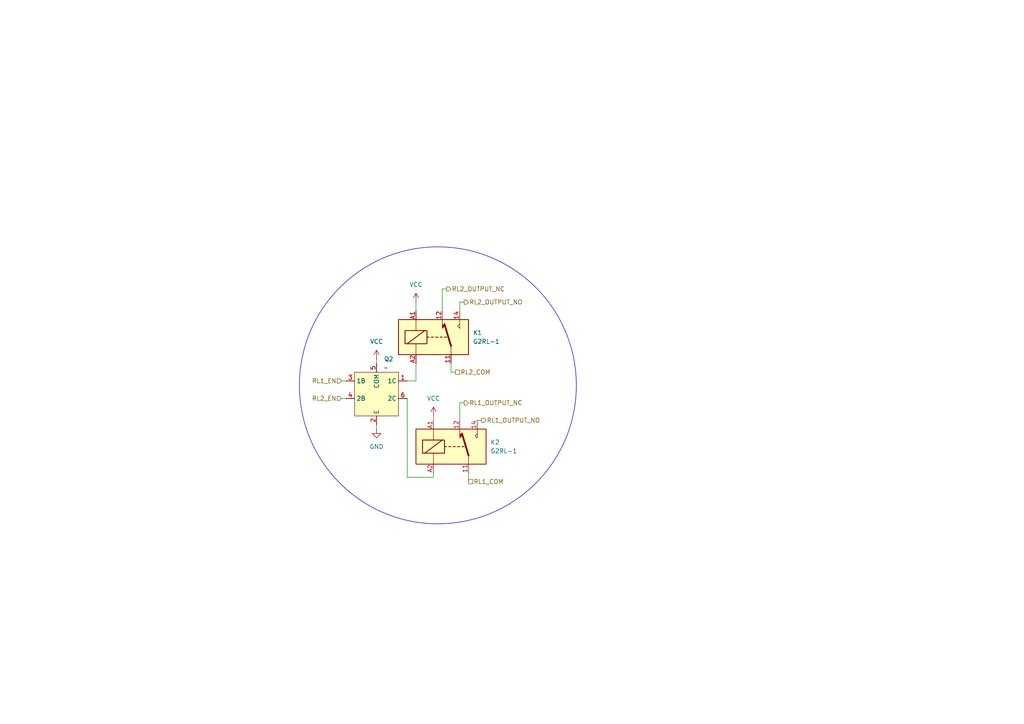
<source format=kicad_sch>
(kicad_sch (version 20250114) (generator "eeschema") (generator_version "9.0")
  (paper "A4")
  (lib_symbols
    (symbol "Relay:G2RL-1"
      (property "Reference" "K" (at 11.43 3.81 0))
      (property "Value" "G2RL-1" (at 11.43 1.27 0))
      (symbol "G2RL-1_0_0"
        (polyline (pts (xy 7.62 5.08) (xy 7.62 2.54) (xy 6.985 3.175) (xy 7.62 3.81)))
      )
      (symbol "G2RL-1_0_1"
        (rectangle (start -10.16 5.08) (end 10.16 -5.08) (stroke (width 0.254)) (fill (type background)))
        (rectangle (start -8.255 1.905) (end -1.905 -1.905) (stroke (width 0.254)))
        (polyline (pts (xy -7.62 -1.905) (xy -2.54 1.905)) (stroke (width 0.254)))
        (polyline (pts (xy -5.08 5.08) (xy -5.08 1.905)))
        (polyline (pts (xy -5.08 -5.08) (xy -5.08 -1.905)))
        (polyline (pts (xy -1.905 0) (xy -1.27 0)) (stroke (width 0.254)))
        (polyline (pts (xy -0.635 0) (xy 0 0)) (stroke (width 0.254)))
        (polyline (pts (xy 0.635 0) (xy 1.27 0)) (stroke (width 0.254)))
        (polyline (pts (xy 1.905 0) (xy 2.54 0)) (stroke (width 0.254)))
        (polyline (pts (xy 2.54 5.08) (xy 2.54 2.54) (xy 3.175 3.175) (xy 2.54 3.81)) (fill (type outline)))
        (polyline (pts (xy 3.175 0) (xy 3.81 0)) (stroke (width 0.254)))
        (polyline (pts (xy 5.08 -2.54) (xy 3.175 3.81)) (stroke (width 0.508)))
        (polyline (pts (xy 5.08 -2.54) (xy 5.08 -5.08)))
      )
      (symbol "G2RL-1_1_1"
        (pin passive line (at -5.08 7.62 270) (length 2.54) (name "~") (number "A1"))
        (pin passive line (at -5.08 -7.62 90) (length 2.54) (name "~") (number "A2"))
        (pin passive line (at 2.54 7.62 270) (length 2.54) (name "~") (number "12"))
        (pin passive line (at 5.08 -7.62 90) (length 2.54) (name "~") (number "11"))
        (pin passive line (at 7.62 7.62 270) (length 2.54) (name "~") (number "14"))
      )
    )
    (symbol "Riqi_Parts:LANKE LK1802"
      (property "Reference" "Q" (at -2.286 -16.764 0))
      (symbol "LANKE LK1802_1_1"
        (rectangle (start -2.54 -2.54) (end 10.16 -15.24) (fill (type background)))
        (pin input line (at -5.08 -5.08 0) (length 2.54) (name "1B") (number "3"))
        (pin input line (at -5.08 -10.16 0) (length 2.54) (name "2B") (number "4"))
        (pin passive line (at 3.81 0 270) (length 2.54) (name "COM") (number "5"))
        (pin passive line (at 3.81 -17.78 90) (length 2.54) (name "E") (number "2"))
        (pin open_collector line (at 12.7 -5.08 180) (length 2.54) (name "1C") (number "1"))
        (pin open_collector line (at 12.7 -10.16 180) (length 2.54) (name "2C") (number "6"))
      )
    )
    (symbol "power:GND" (power) (pin_numbers (hide yes)) (pin_names (offset 0) (hide yes))
      (property "Value" "GND" (at 0 -3.81 0))
      (symbol "GND_0_1"
        (polyline (pts (xy 0 0) (xy 0 -1.27) (xy 1.27 -1.27) (xy 0 -2.54) (xy -1.27 -1.27) (xy 0 -1.27)))
      )
      (symbol "GND_1_1"
        (pin power_in line (at 0 0 270) (length 0) (name "~") (number "1"))
      )
    )
    (symbol "power:VCC" (power) (pin_numbers (hide yes)) (pin_names (offset 0) (hide yes))
      (property "Value" "VCC" (at 0 3.556 0))
      (symbol "VCC_0_1"
        (polyline (pts (xy -0.762 1.27) (xy 0 2.54)))
        (polyline (pts (xy 0 2.54) (xy 0.762 1.27)))
        (polyline (pts (xy 0 0) (xy 0 2.54)))
      )
      (symbol "VCC_1_1"
        (pin power_in line (at 0 0 90) (length 0) (name "~") (number "1"))
      )
    )
  )
  (circle (center 127 111.76) (radius 40.1609))
  (wire (pts (xy 109.22 123.19) (xy 109.22 124.46)))
  (wire (pts (xy 120.65 87.63) (xy 120.65 90.17)))
  (wire (pts (xy 120.65 105.41) (xy 120.65 110.49)))
  (wire (pts (xy 128.27 83.82) (xy 128.27 90.17)))
  (wire (pts (xy 129.54 83.82) (xy 128.27 83.82)))
  (wire (pts (xy 118.11 138.43) (xy 125.73 138.43)))
  (wire (pts (xy 118.11 138.43) (xy 118.11 115.57)))
  (wire (pts (xy 138.43 121.92) (xy 139.7 121.92)))
  (wire (pts (xy 133.35 87.63) (xy 133.35 90.17)))
  (wire (pts (xy 133.35 116.84) (xy 133.35 121.92)))
  (wire (pts (xy 130.81 105.41) (xy 130.81 107.95)))
  (wire (pts (xy 99.06 110.49) (xy 100.33 110.49)))
  (wire (pts (xy 125.73 137.16) (xy 125.73 138.43)))
  (wire (pts (xy 134.62 116.84) (xy 133.35 116.84)))
  (wire (pts (xy 134.62 87.63) (xy 133.35 87.63)))
  (wire (pts (xy 99.06 115.57) (xy 100.33 115.57)))
  (wire (pts (xy 130.81 107.95) (xy 132.08 107.95)))
  (wire (pts (xy 118.11 110.49) (xy 120.65 110.49)))
  (wire (pts (xy 125.73 120.65) (xy 125.73 121.92)))
  (wire (pts (xy 109.22 104.14) (xy 109.22 105.41)))
  (wire (pts (xy 135.89 139.7) (xy 135.89 137.16)))
  (hierarchical_label "RL2_OUTPUT_NC" (shape output) (at 129.54 83.82 0))
  (hierarchical_label "RL1_COM" (shape passive) (at 135.89 139.7 0))
  (hierarchical_label "RL2_EN" (shape input) (at 99.06 115.57 180))
  (hierarchical_label "RL1_OUTPUT_NO" (shape output) (at 139.7 121.92 0))
  (hierarchical_label "RL2_COM" (shape passive) (at 132.08 107.95 0))
  (hierarchical_label "RL1_OUTPUT_NC" (shape output) (at 134.62 116.84 0))
  (hierarchical_label "RL1_EN" (shape input) (at 99.06 110.49 180))
  (hierarchical_label "RL2_OUTPUT_NO" (shape output) (at 134.62 87.63 0))
  (symbol (lib_id "power:VCC") (at 125.73 120.65 0) (unit 1)
    (property "Reference" "#PWR021" (effects (hide yes)))
    (property "Value" "VCC" (at 125.73 115.57 0))
    (property "Description" "Power symbol creates a global label with name \"VCC\"" (effects (hide yes)))
  )
  (symbol (lib_id "Relay:G2RL-1") (at 125.73 97.79 0) (unit 1)
    (property "Reference" "K1" (at 137.16 96.5199 0) (effects (justify left)))
    (property "Value" "G2RL-1" (at 137.16 99.0599 0) (effects (justify left)))
    (property "Footprint" "Relay_THT:Relay_SPDT_Omron_G2RL-1" (effects (hide yes)))
    (property "Datasheet" "https://omronfs.omron.com/en_US/ecb/products/pdf/en-g2rl.pdf" (effects (hide yes)))
    (property "Description" "General Purpose Low Profile Relay SPDT Through Hole, Omron G2RL series, 12A 250VAC" (effects (hide yes)))
  )
  (symbol (lib_id "power:VCC") (at 109.22 104.14 0) (unit 1)
    (property "Reference" "#PWR019" (effects (hide yes)))
    (property "Value" "VCC" (at 109.22 99.06 0))
    (property "Description" "Power symbol creates a global label with name \"VCC\"" (effects (hide yes)))
  )
  (symbol (lib_id "Riqi_Parts:LANKE LK1802") (at 105.41 105.41 0) (unit 1)
    (property "Reference" "Q2" (at 111.3633 104.14 0) (effects (justify left)))
    (property "Value" "~" (at 111.3633 106.68 0) (effects (justify left)))
    (property "LCSC#" "C2984831" (effects (hide yes)))
  )
  (symbol (lib_id "power:VCC") (at 120.65 87.63 0) (unit 1)
    (property "Reference" "#PWR20" (effects (hide yes)))
    (property "Value" "VCC" (at 120.65 82.55 0))
    (property "Description" "Power symbol creates a global label with name \"VCC\"" (effects (hide yes)))
  )
  (symbol (lib_id "power:GND") (at 109.22 124.46 0) (unit 1)
    (property "Reference" "#PWR18" (effects (hide yes)))
    (property "Value" "GND" (at 109.22 129.54 0))
    (property "Description" "Power symbol creates a global label with name \"GND\" , ground" (effects (hide yes)))
  )
  (symbol (lib_id "Relay:G2RL-1") (at 130.81 129.54 0) (unit 1)
    (property "Reference" "K2" (at 142.24 128.2699 0) (effects (justify left)))
    (property "Value" "G2RL-1" (at 142.24 130.8099 0) (effects (justify left)))
    (property "Footprint" "Relay_THT:Relay_SPDT_Omron_G2RL-1" (effects (hide yes)))
    (property "Datasheet" "https://omronfs.omron.com/en_US/ecb/products/pdf/en-g2rl.pdf" (effects (hide yes)))
    (property "Description" "General Purpose Low Profile Relay SPDT Through Hole, Omron G2RL series, 12A 250VAC" (effects (hide yes)))
  )
)
</source>
